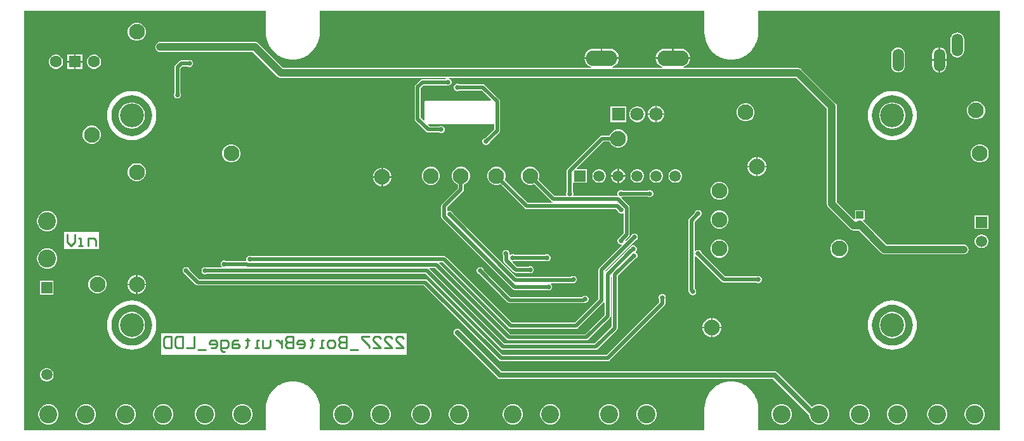
<source format=gbr>
%TF.GenerationSoftware,Altium Limited,Altium Designer,22.7.1 (60)*%
G04 Layer_Physical_Order=2*
G04 Layer_Color=16711680*
%FSLAX43Y43*%
%MOMM*%
%TF.SameCoordinates,1608F762-6F3A-48E5-B14A-7665CB884DB8*%
%TF.FilePolarity,Positive*%
%TF.FileFunction,Copper,L2,Bot,Signal*%
%TF.Part,Single*%
G01*
G75*
%TA.AperFunction,Conductor*%
%ADD28C,0.500*%
%ADD29C,0.700*%
%TA.AperFunction,ComponentPad*%
%ADD31C,1.000*%
%ADD32R,1.000X1.000*%
%ADD33C,2.400*%
%ADD34C,2.100*%
%ADD35C,1.800*%
%ADD36R,1.800X1.800*%
%ADD37O,4.200X2.100*%
%ADD38C,1.500*%
%ADD39R,1.500X1.500*%
%ADD40O,1.508X3.016*%
%ADD41R,1.500X1.500*%
%ADD42C,1.600*%
%ADD43R,1.600X1.600*%
%TA.AperFunction,ViaPad*%
%ADD44C,3.200*%
%ADD45C,0.650*%
%TA.AperFunction,Conductor*%
%ADD46C,1.000*%
%TA.AperFunction,NonConductor*%
%ADD47C,0.254*%
G36*
X91020Y53350D02*
X91021Y53345D01*
X91020Y53340D01*
X91031Y53080D01*
X91034Y53065D01*
X91033Y53050D01*
X91115Y52536D01*
X91122Y52517D01*
X91124Y52497D01*
X91285Y52003D01*
X91295Y51985D01*
X91300Y51966D01*
X91536Y51502D01*
X91549Y51486D01*
X91557Y51468D01*
X91863Y51047D01*
X91878Y51034D01*
X91889Y51017D01*
X92257Y50649D01*
X92274Y50638D01*
X92287Y50623D01*
X92708Y50317D01*
X92726Y50309D01*
X92742Y50296D01*
X93206Y50060D01*
X93225Y50055D01*
X93243Y50045D01*
X93737Y49884D01*
X93757Y49882D01*
X93776Y49875D01*
X94290Y49793D01*
X94310Y49794D01*
X94330Y49790D01*
X94850D01*
X94870Y49794D01*
X94890Y49793D01*
X95404Y49875D01*
X95423Y49882D01*
X95443Y49884D01*
X95937Y50045D01*
X95955Y50055D01*
X95974Y50060D01*
X96438Y50296D01*
X96454Y50309D01*
X96472Y50317D01*
X96893Y50623D01*
X96906Y50638D01*
X96923Y50649D01*
X97291Y51017D01*
X97302Y51034D01*
X97317Y51047D01*
X97623Y51468D01*
X97631Y51486D01*
X97644Y51502D01*
X97880Y51966D01*
X97885Y51985D01*
X97895Y52003D01*
X98056Y52497D01*
X98058Y52517D01*
X98065Y52536D01*
X98147Y53050D01*
X98146Y53065D01*
X98149Y53080D01*
X98160Y53340D01*
X98159Y53345D01*
X98160Y53350D01*
Y56330D01*
X130410D01*
Y230D01*
X98155D01*
Y3235D01*
X98154Y3240D01*
X98155Y3245D01*
X98144Y3505D01*
X98141Y3520D01*
X98142Y3535D01*
X98060Y4049D01*
X98053Y4068D01*
X98051Y4088D01*
X97890Y4582D01*
X97880Y4600D01*
X97875Y4619D01*
X97639Y5083D01*
X97626Y5099D01*
X97618Y5117D01*
X97312Y5538D01*
X97297Y5551D01*
X97286Y5568D01*
X96918Y5936D01*
X96901Y5947D01*
X96888Y5962D01*
X96467Y6268D01*
X96449Y6276D01*
X96433Y6289D01*
X95969Y6525D01*
X95950Y6530D01*
X95932Y6540D01*
X95438Y6701D01*
X95418Y6703D01*
X95399Y6710D01*
X94885Y6792D01*
X94865Y6791D01*
X94845Y6795D01*
X94325D01*
X94305Y6791D01*
X94285Y6792D01*
X93771Y6710D01*
X93752Y6703D01*
X93732Y6701D01*
X93238Y6540D01*
X93220Y6530D01*
X93201Y6525D01*
X92737Y6289D01*
X92721Y6276D01*
X92703Y6268D01*
X92282Y5962D01*
X92269Y5947D01*
X92252Y5936D01*
X91884Y5568D01*
X91873Y5551D01*
X91858Y5538D01*
X91552Y5117D01*
X91544Y5099D01*
X91531Y5083D01*
X91295Y4619D01*
X91290Y4600D01*
X91280Y4582D01*
X91119Y4088D01*
X91117Y4068D01*
X91110Y4049D01*
X91028Y3535D01*
X91029Y3520D01*
X91026Y3505D01*
X91015Y3245D01*
X91016Y3240D01*
X91015Y3235D01*
Y255D01*
X39645D01*
Y3235D01*
X39644Y3240D01*
X39645Y3245D01*
X39634Y3505D01*
X39631Y3520D01*
X39632Y3535D01*
X39550Y4049D01*
X39543Y4068D01*
X39541Y4088D01*
X39380Y4582D01*
X39370Y4600D01*
X39365Y4619D01*
X39129Y5083D01*
X39116Y5099D01*
X39108Y5117D01*
X38802Y5538D01*
X38787Y5551D01*
X38776Y5568D01*
X38408Y5936D01*
X38391Y5947D01*
X38378Y5962D01*
X37957Y6268D01*
X37939Y6276D01*
X37923Y6289D01*
X37459Y6525D01*
X37440Y6530D01*
X37422Y6540D01*
X36928Y6701D01*
X36908Y6703D01*
X36889Y6710D01*
X36375Y6792D01*
X36355Y6791D01*
X36335Y6795D01*
X35815D01*
X35795Y6791D01*
X35775Y6792D01*
X35261Y6710D01*
X35242Y6703D01*
X35222Y6701D01*
X34728Y6540D01*
X34710Y6530D01*
X34691Y6525D01*
X34227Y6289D01*
X34211Y6276D01*
X34193Y6268D01*
X33772Y5962D01*
X33759Y5947D01*
X33742Y5936D01*
X33374Y5568D01*
X33363Y5551D01*
X33348Y5538D01*
X33042Y5117D01*
X33034Y5099D01*
X33021Y5083D01*
X32785Y4619D01*
X32780Y4600D01*
X32770Y4582D01*
X32609Y4088D01*
X32607Y4068D01*
X32600Y4049D01*
X32518Y3535D01*
X32519Y3520D01*
X32516Y3505D01*
X32505Y3245D01*
X32506Y3240D01*
X32505Y3235D01*
Y255D01*
X255D01*
Y56355D01*
X32505D01*
Y53375D01*
X32506Y53370D01*
X32505Y53365D01*
X32516Y53105D01*
X32519Y53090D01*
X32518Y53075D01*
X32600Y52561D01*
X32607Y52542D01*
X32609Y52522D01*
X32770Y52028D01*
X32780Y52010D01*
X32785Y51991D01*
X33021Y51527D01*
X33034Y51511D01*
X33042Y51493D01*
X33348Y51072D01*
X33363Y51059D01*
X33374Y51042D01*
X33742Y50674D01*
X33759Y50663D01*
X33772Y50648D01*
X34193Y50342D01*
X34211Y50334D01*
X34227Y50321D01*
X34691Y50085D01*
X34710Y50080D01*
X34728Y50070D01*
X35222Y49909D01*
X35242Y49907D01*
X35261Y49900D01*
X35775Y49818D01*
X35795Y49819D01*
X35815Y49815D01*
X36335D01*
X36355Y49819D01*
X36375Y49818D01*
X36889Y49900D01*
X36908Y49907D01*
X36928Y49909D01*
X37422Y50070D01*
X37440Y50080D01*
X37459Y50085D01*
X37923Y50321D01*
X37939Y50334D01*
X37957Y50342D01*
X38378Y50648D01*
X38391Y50663D01*
X38408Y50674D01*
X38776Y51042D01*
X38787Y51059D01*
X38802Y51072D01*
X39108Y51493D01*
X39116Y51511D01*
X39129Y51527D01*
X39365Y51991D01*
X39370Y52010D01*
X39380Y52028D01*
X39541Y52522D01*
X39543Y52542D01*
X39550Y52561D01*
X39632Y53075D01*
X39631Y53090D01*
X39634Y53105D01*
X39645Y53365D01*
X39644Y53370D01*
X39645Y53375D01*
Y56355D01*
X91020D01*
Y53350D01*
D02*
G37*
%LPC*%
G36*
X15408Y54701D02*
X15092D01*
X14786Y54619D01*
X14513Y54461D01*
X14289Y54237D01*
X14131Y53964D01*
X14049Y53658D01*
Y53342D01*
X14131Y53036D01*
X14289Y52763D01*
X14513Y52539D01*
X14786Y52381D01*
X15092Y52299D01*
X15408D01*
X15714Y52381D01*
X15987Y52539D01*
X16211Y52763D01*
X16369Y53036D01*
X16451Y53342D01*
Y53658D01*
X16369Y53964D01*
X16211Y54237D01*
X15987Y54461D01*
X15714Y54619D01*
X15408Y54701D01*
D02*
G37*
G36*
X87840Y51261D02*
X86890D01*
Y50100D01*
X89088D01*
X89058Y50326D01*
X88932Y50630D01*
X88732Y50892D01*
X88470Y51092D01*
X88166Y51218D01*
X87840Y51261D01*
D02*
G37*
G36*
X86690D02*
X85740D01*
X85414Y51218D01*
X85110Y51092D01*
X84848Y50892D01*
X84648Y50630D01*
X84522Y50326D01*
X84492Y50100D01*
X86690D01*
Y51261D01*
D02*
G37*
G36*
X78340D02*
X77390D01*
Y50100D01*
X79588D01*
X79558Y50326D01*
X79432Y50630D01*
X79232Y50892D01*
X78970Y51092D01*
X78666Y51218D01*
X78340Y51261D01*
D02*
G37*
G36*
X77190D02*
X76240D01*
X75914Y51218D01*
X75610Y51092D01*
X75348Y50892D01*
X75148Y50630D01*
X75022Y50326D01*
X74992Y50100D01*
X77190D01*
Y51261D01*
D02*
G37*
G36*
X124750Y53417D02*
X124514Y53386D01*
X124294Y53295D01*
X124105Y53149D01*
X123959Y52960D01*
X123868Y52740D01*
X123837Y52504D01*
Y50996D01*
X123868Y50760D01*
X123959Y50540D01*
X124105Y50351D01*
X124294Y50205D01*
X124514Y50114D01*
X124750Y50083D01*
X124986Y50114D01*
X125206Y50205D01*
X125395Y50351D01*
X125541Y50540D01*
X125632Y50760D01*
X125663Y50996D01*
Y52504D01*
X125632Y52740D01*
X125541Y52960D01*
X125395Y53149D01*
X125206Y53295D01*
X124986Y53386D01*
X124750Y53417D01*
D02*
G37*
G36*
X122450Y51453D02*
Y49850D01*
X123312D01*
Y50504D01*
X123279Y50753D01*
X123183Y50985D01*
X123030Y51184D01*
X122831Y51337D01*
X122599Y51433D01*
X122450Y51453D01*
D02*
G37*
G36*
X122250Y51453D02*
X122101Y51433D01*
X121869Y51337D01*
X121670Y51184D01*
X121517Y50985D01*
X121421Y50753D01*
X121388Y50504D01*
Y49850D01*
X122250D01*
Y51453D01*
D02*
G37*
G36*
X8000Y50500D02*
X7100D01*
Y49600D01*
X8000D01*
Y50500D01*
D02*
G37*
G36*
X6900D02*
X6000D01*
Y49600D01*
X6900D01*
Y50500D01*
D02*
G37*
G36*
X22375Y49751D02*
X22185D01*
X22023Y49683D01*
X21175D01*
X21019Y49652D01*
X20886Y49564D01*
X20386Y49064D01*
X20297Y48931D01*
X20266Y48775D01*
Y45332D01*
X20199Y45170D01*
Y44980D01*
X20271Y44805D01*
X20405Y44671D01*
X20580Y44599D01*
X20770D01*
X20945Y44671D01*
X21079Y44805D01*
X21151Y44980D01*
Y45170D01*
X21084Y45332D01*
Y48605D01*
X21344Y48866D01*
X22023D01*
X22185Y48799D01*
X22375D01*
X22550Y48871D01*
X22684Y49005D01*
X22756Y49180D01*
Y49369D01*
X22684Y49544D01*
X22550Y49678D01*
X22375Y49751D01*
D02*
G37*
G36*
X9665Y50451D02*
X9415D01*
X9173Y50386D01*
X8956Y50261D01*
X8779Y50084D01*
X8654Y49867D01*
X8589Y49625D01*
Y49375D01*
X8654Y49133D01*
X8779Y48916D01*
X8956Y48739D01*
X9173Y48614D01*
X9415Y48549D01*
X9665D01*
X9907Y48614D01*
X10124Y48739D01*
X10301Y48916D01*
X10426Y49133D01*
X10491Y49375D01*
Y49625D01*
X10426Y49867D01*
X10301Y50084D01*
X10124Y50261D01*
X9907Y50386D01*
X9665Y50451D01*
D02*
G37*
G36*
X4585D02*
X4335D01*
X4093Y50386D01*
X3876Y50261D01*
X3699Y50084D01*
X3574Y49867D01*
X3509Y49625D01*
Y49375D01*
X3574Y49133D01*
X3699Y48916D01*
X3876Y48739D01*
X4093Y48614D01*
X4335Y48549D01*
X4585D01*
X4827Y48614D01*
X5044Y48739D01*
X5221Y48916D01*
X5346Y49133D01*
X5411Y49375D01*
Y49625D01*
X5346Y49867D01*
X5221Y50084D01*
X5044Y50261D01*
X4827Y50386D01*
X4585Y50451D01*
D02*
G37*
G36*
X8000Y49400D02*
X7100D01*
Y48500D01*
X8000D01*
Y49400D01*
D02*
G37*
G36*
X6900D02*
X6000D01*
Y48500D01*
X6900D01*
Y49400D01*
D02*
G37*
G36*
X116850Y51417D02*
X116614Y51386D01*
X116394Y51295D01*
X116205Y51149D01*
X116059Y50960D01*
X115968Y50740D01*
X115937Y50504D01*
Y48996D01*
X115968Y48760D01*
X116059Y48540D01*
X116205Y48351D01*
X116394Y48205D01*
X116614Y48114D01*
X116850Y48083D01*
X117086Y48114D01*
X117306Y48205D01*
X117495Y48351D01*
X117641Y48540D01*
X117732Y48760D01*
X117763Y48996D01*
Y50504D01*
X117732Y50740D01*
X117641Y50960D01*
X117495Y51149D01*
X117306Y51295D01*
X117086Y51386D01*
X116850Y51417D01*
D02*
G37*
G36*
X123312Y49650D02*
X122450D01*
Y48047D01*
X122599Y48067D01*
X122831Y48163D01*
X123030Y48316D01*
X123183Y48515D01*
X123279Y48747D01*
X123312Y48996D01*
Y49650D01*
D02*
G37*
G36*
X122250D02*
X121388D01*
Y48996D01*
X121421Y48747D01*
X121517Y48515D01*
X121670Y48316D01*
X121869Y48163D01*
X122101Y48067D01*
X122250Y48047D01*
Y49650D01*
D02*
G37*
G36*
X84685Y43600D02*
X84640D01*
Y42600D01*
X85640D01*
Y42645D01*
X85565Y42925D01*
X85420Y43175D01*
X85215Y43380D01*
X84965Y43525D01*
X84685Y43600D01*
D02*
G37*
G36*
X84440D02*
X84395D01*
X84115Y43525D01*
X83865Y43380D01*
X83660Y43175D01*
X83515Y42925D01*
X83440Y42645D01*
Y42600D01*
X84440D01*
Y43600D01*
D02*
G37*
G36*
X127408Y44201D02*
X127092D01*
X126786Y44119D01*
X126513Y43961D01*
X126289Y43737D01*
X126131Y43464D01*
X126049Y43158D01*
Y42842D01*
X126131Y42536D01*
X126289Y42263D01*
X126513Y42039D01*
X126786Y41881D01*
X127092Y41799D01*
X127408D01*
X127714Y41881D01*
X127987Y42039D01*
X128211Y42263D01*
X128369Y42536D01*
X128451Y42842D01*
Y43158D01*
X128369Y43464D01*
X128211Y43737D01*
X127987Y43961D01*
X127714Y44119D01*
X127408Y44201D01*
D02*
G37*
G36*
X96658Y43951D02*
X96342D01*
X96036Y43869D01*
X95763Y43711D01*
X95539Y43487D01*
X95381Y43214D01*
X95299Y42908D01*
Y42592D01*
X95381Y42286D01*
X95539Y42013D01*
X95763Y41789D01*
X96036Y41631D01*
X96342Y41549D01*
X96658D01*
X96964Y41631D01*
X97237Y41789D01*
X97461Y42013D01*
X97619Y42286D01*
X97701Y42592D01*
Y42908D01*
X97619Y43214D01*
X97461Y43487D01*
X97237Y43711D01*
X96964Y43869D01*
X96658Y43951D01*
D02*
G37*
G36*
X82178Y43551D02*
X81902D01*
X81634Y43479D01*
X81395Y43341D01*
X81199Y43145D01*
X81061Y42906D01*
X80989Y42638D01*
Y42362D01*
X81061Y42094D01*
X81199Y41855D01*
X81395Y41659D01*
X81634Y41521D01*
X81902Y41449D01*
X82178D01*
X82446Y41521D01*
X82685Y41659D01*
X82881Y41855D01*
X83019Y42094D01*
X83091Y42362D01*
Y42638D01*
X83019Y42906D01*
X82881Y43145D01*
X82685Y43341D01*
X82446Y43479D01*
X82178Y43551D01*
D02*
G37*
G36*
X80591D02*
X78489D01*
Y41449D01*
X80591D01*
Y43551D01*
D02*
G37*
G36*
X85640Y42400D02*
X84640D01*
Y41400D01*
X84685D01*
X84965Y41475D01*
X85215Y41620D01*
X85420Y41825D01*
X85565Y42075D01*
X85640Y42355D01*
Y42400D01*
D02*
G37*
G36*
X84440D02*
X83440D01*
Y42355D01*
X83515Y42075D01*
X83660Y41825D01*
X83865Y41620D01*
X84115Y41475D01*
X84395Y41400D01*
X84440D01*
Y42400D01*
D02*
G37*
G36*
X116080Y45598D02*
X115566Y45558D01*
X115064Y45437D01*
X114587Y45240D01*
X114147Y44970D01*
X113755Y44635D01*
X113420Y44243D01*
X113150Y43803D01*
X112953Y43326D01*
X112832Y42824D01*
X112792Y42310D01*
X112832Y41796D01*
X112953Y41294D01*
X113150Y40817D01*
X113420Y40377D01*
X113755Y39985D01*
X114147Y39650D01*
X114587Y39380D01*
X115064Y39183D01*
X115566Y39062D01*
X116080Y39022D01*
X116594Y39062D01*
X117096Y39183D01*
X117573Y39380D01*
X118013Y39650D01*
X118405Y39985D01*
X118740Y40377D01*
X119010Y40817D01*
X119207Y41294D01*
X119328Y41796D01*
X119368Y42310D01*
X119328Y42824D01*
X119207Y43326D01*
X119010Y43803D01*
X118740Y44243D01*
X118405Y44635D01*
X118013Y44970D01*
X117573Y45240D01*
X117096Y45437D01*
X116594Y45558D01*
X116080Y45598D01*
D02*
G37*
G36*
X14580D02*
X14066Y45558D01*
X13564Y45437D01*
X13087Y45240D01*
X12647Y44970D01*
X12255Y44635D01*
X11920Y44243D01*
X11650Y43803D01*
X11453Y43326D01*
X11332Y42824D01*
X11292Y42310D01*
X11332Y41796D01*
X11453Y41294D01*
X11650Y40817D01*
X11920Y40377D01*
X12255Y39985D01*
X12647Y39650D01*
X13087Y39380D01*
X13564Y39183D01*
X14066Y39062D01*
X14580Y39022D01*
X15094Y39062D01*
X15596Y39183D01*
X16073Y39380D01*
X16513Y39650D01*
X16905Y39985D01*
X17240Y40377D01*
X17510Y40817D01*
X17707Y41294D01*
X17828Y41796D01*
X17868Y42310D01*
X17828Y42824D01*
X17707Y43326D01*
X17510Y43803D01*
X17240Y44243D01*
X16905Y44635D01*
X16513Y44970D01*
X16073Y45240D01*
X15596Y45437D01*
X15094Y45558D01*
X14580Y45598D01*
D02*
G37*
G36*
X9408Y40951D02*
X9092D01*
X8786Y40869D01*
X8513Y40711D01*
X8289Y40487D01*
X8131Y40214D01*
X8049Y39908D01*
Y39592D01*
X8131Y39286D01*
X8289Y39013D01*
X8513Y38789D01*
X8786Y38631D01*
X9092Y38549D01*
X9408D01*
X9714Y38631D01*
X9987Y38789D01*
X10211Y39013D01*
X10369Y39286D01*
X10451Y39592D01*
Y39908D01*
X10369Y40214D01*
X10211Y40487D01*
X9987Y40711D01*
X9714Y40869D01*
X9408Y40951D01*
D02*
G37*
G36*
X79658Y40451D02*
X79342D01*
X79036Y40369D01*
X78763Y40211D01*
X78539Y39987D01*
X78381Y39714D01*
X78366Y39659D01*
X77353D01*
X77196Y39628D01*
X77064Y39539D01*
X72736Y35211D01*
X72647Y35079D01*
X72616Y34922D01*
Y32134D01*
X72549Y31972D01*
Y31782D01*
X72589Y31687D01*
X72504Y31560D01*
X71018D01*
X68841Y33737D01*
X68869Y33786D01*
X68951Y34092D01*
Y34408D01*
X68869Y34714D01*
X68711Y34987D01*
X68487Y35211D01*
X68214Y35369D01*
X67908Y35451D01*
X67592D01*
X67286Y35369D01*
X67013Y35211D01*
X66789Y34987D01*
X66631Y34714D01*
X66549Y34408D01*
Y34092D01*
X66631Y33786D01*
X66789Y33513D01*
X67013Y33289D01*
X67286Y33131D01*
X67592Y33049D01*
X67908D01*
X68214Y33131D01*
X68263Y33159D01*
X70560Y30862D01*
X70693Y30773D01*
X70750Y30762D01*
X70737Y30635D01*
X67443D01*
X64341Y33737D01*
X64369Y33786D01*
X64451Y34092D01*
Y34408D01*
X64369Y34714D01*
X64211Y34987D01*
X63987Y35211D01*
X63714Y35369D01*
X63408Y35451D01*
X63092D01*
X62786Y35369D01*
X62513Y35211D01*
X62289Y34987D01*
X62131Y34714D01*
X62049Y34408D01*
Y34092D01*
X62131Y33786D01*
X62289Y33513D01*
X62513Y33289D01*
X62786Y33131D01*
X63092Y33049D01*
X63408D01*
X63714Y33131D01*
X63763Y33159D01*
X66985Y29937D01*
X67118Y29848D01*
X67274Y29817D01*
X79206D01*
X79412Y29610D01*
X79479Y29448D01*
X79613Y29314D01*
X79788Y29242D01*
X79978D01*
X80073Y29282D01*
X80200Y29197D01*
Y26565D01*
X79649Y26014D01*
X79643Y26006D01*
X79613Y25994D01*
X79479Y25860D01*
X79407Y25685D01*
Y25495D01*
X79479Y25320D01*
X79613Y25186D01*
X79788Y25114D01*
X79938D01*
X79999Y24996D01*
X76997Y21994D01*
X76908Y21861D01*
X76877Y21704D01*
Y17822D01*
X73688Y14633D01*
X65320D01*
X56550Y23403D01*
X56417Y23492D01*
X56261Y23523D01*
X30610D01*
X30448Y23590D01*
X30258D01*
X30083Y23518D01*
X29949Y23384D01*
X29877Y23209D01*
Y23019D01*
X29888Y22993D01*
X29817Y22888D01*
X27181D01*
X27019Y22955D01*
X26829D01*
X26654Y22883D01*
X26520Y22749D01*
X26448Y22574D01*
Y22384D01*
X26520Y22209D01*
X26604Y22126D01*
X26551Y21999D01*
X24622D01*
X24460Y22066D01*
X24270D01*
X24095Y21994D01*
X23961Y21860D01*
X23889Y21685D01*
Y21495D01*
X23961Y21320D01*
X24095Y21186D01*
X24270Y21114D01*
X24460D01*
X24622Y21181D01*
X53806D01*
X63846Y11141D01*
X63979Y11052D01*
X64135Y11021D01*
X76542D01*
X76699Y11052D01*
X76831Y11141D01*
X79327Y13637D01*
X79416Y13770D01*
X79447Y13926D01*
Y20906D01*
X81647Y23106D01*
X81676D01*
X81851Y23178D01*
X81985Y23312D01*
X82058Y23487D01*
Y23676D01*
X81985Y23851D01*
X81851Y23985D01*
X81830Y24131D01*
X81904Y24204D01*
X81976Y24379D01*
Y24569D01*
X81904Y24744D01*
X81770Y24878D01*
X81595Y24950D01*
X81405D01*
X81230Y24878D01*
X81096Y24744D01*
X81058Y24651D01*
X81029Y24622D01*
X80992Y24597D01*
X77890Y21495D01*
X77746Y21531D01*
X77739Y21554D01*
X77744Y21584D01*
X81762Y25602D01*
X81924Y25669D01*
X82058Y25803D01*
X82130Y25978D01*
Y26167D01*
X82058Y26342D01*
X81924Y26476D01*
X81749Y26549D01*
X81559D01*
X81384Y26476D01*
X81251Y26342D01*
X81183Y26180D01*
X80571Y25568D01*
X80436Y25612D01*
X80432Y25641D01*
X80898Y26107D01*
X80987Y26240D01*
X81018Y26396D01*
Y30019D01*
X80987Y30175D01*
X80898Y30308D01*
X79922Y31284D01*
X79971Y31401D01*
X79978D01*
X80140Y31468D01*
X83436D01*
X83598Y31401D01*
X83788D01*
X83963Y31473D01*
X84097Y31607D01*
X84169Y31782D01*
Y31972D01*
X84097Y32147D01*
X83963Y32281D01*
X83788Y32353D01*
X83598D01*
X83436Y32286D01*
X80140D01*
X79978Y32353D01*
X79788D01*
X79613Y32281D01*
X79479Y32147D01*
X79407Y31972D01*
Y31782D01*
X79447Y31687D01*
X79362Y31560D01*
X73546D01*
X73461Y31687D01*
X73501Y31782D01*
Y31972D01*
X73434Y32134D01*
Y33257D01*
X73519Y33349D01*
X75321D01*
Y35151D01*
X73998D01*
X73949Y35268D01*
X77522Y38841D01*
X78366D01*
X78381Y38786D01*
X78539Y38513D01*
X78763Y38289D01*
X79036Y38131D01*
X79342Y38049D01*
X79658D01*
X79964Y38131D01*
X80237Y38289D01*
X80461Y38513D01*
X80619Y38786D01*
X80701Y39092D01*
Y39408D01*
X80619Y39714D01*
X80461Y39987D01*
X80237Y40211D01*
X79964Y40369D01*
X79658Y40451D01*
D02*
G37*
G36*
X127908Y38451D02*
X127592D01*
X127286Y38369D01*
X127013Y38211D01*
X126789Y37987D01*
X126631Y37714D01*
X126549Y37408D01*
Y37092D01*
X126631Y36786D01*
X126789Y36513D01*
X127013Y36289D01*
X127286Y36131D01*
X127592Y36049D01*
X127908D01*
X128214Y36131D01*
X128487Y36289D01*
X128711Y36513D01*
X128869Y36786D01*
X128951Y37092D01*
Y37408D01*
X128869Y37714D01*
X128711Y37987D01*
X128487Y38211D01*
X128214Y38369D01*
X127908Y38451D01*
D02*
G37*
G36*
X28023D02*
X27707D01*
X27401Y38369D01*
X27128Y38211D01*
X26904Y37987D01*
X26746Y37714D01*
X26664Y37408D01*
Y37092D01*
X26746Y36786D01*
X26904Y36513D01*
X27128Y36289D01*
X27401Y36131D01*
X27707Y36049D01*
X28023D01*
X28329Y36131D01*
X28602Y36289D01*
X28826Y36513D01*
X28984Y36786D01*
X29066Y37092D01*
Y37408D01*
X28984Y37714D01*
X28826Y37987D01*
X28602Y38211D01*
X28329Y38369D01*
X28023Y38451D01*
D02*
G37*
G36*
X98165Y36750D02*
X98100D01*
Y35600D01*
X99250D01*
Y35665D01*
X99165Y35982D01*
X99000Y36268D01*
X98768Y36500D01*
X98482Y36665D01*
X98165Y36750D01*
D02*
G37*
G36*
X97900D02*
X97835D01*
X97518Y36665D01*
X97232Y36500D01*
X97000Y36268D01*
X96835Y35982D01*
X96750Y35665D01*
Y35600D01*
X97900D01*
Y36750D01*
D02*
G37*
G36*
X79625Y35200D02*
X79600D01*
Y34350D01*
X80450D01*
Y34375D01*
X80385Y34617D01*
X80260Y34833D01*
X80083Y35010D01*
X79867Y35135D01*
X79625Y35200D01*
D02*
G37*
G36*
X79400D02*
X79375D01*
X79133Y35135D01*
X78917Y35010D01*
X78740Y34833D01*
X78615Y34617D01*
X78550Y34375D01*
Y34350D01*
X79400D01*
Y35200D01*
D02*
G37*
G36*
X99250Y35400D02*
X98100D01*
Y34250D01*
X98165D01*
X98482Y34335D01*
X98768Y34500D01*
X99000Y34732D01*
X99165Y35018D01*
X99250Y35335D01*
Y35400D01*
D02*
G37*
G36*
X97900D02*
X96750D01*
Y35335D01*
X96835Y35018D01*
X97000Y34732D01*
X97232Y34500D01*
X97518Y34335D01*
X97835Y34250D01*
X97900D01*
Y35400D01*
D02*
G37*
G36*
X48171Y35349D02*
X48106D01*
Y34199D01*
X49256D01*
Y34264D01*
X49171Y34581D01*
X49006Y34867D01*
X48774Y35099D01*
X48488Y35264D01*
X48171Y35349D01*
D02*
G37*
G36*
X47906D02*
X47841D01*
X47524Y35264D01*
X47238Y35099D01*
X47006Y34867D01*
X46841Y34581D01*
X46756Y34264D01*
Y34199D01*
X47906D01*
Y35349D01*
D02*
G37*
G36*
X15408Y35951D02*
X15092D01*
X14786Y35869D01*
X14513Y35711D01*
X14289Y35487D01*
X14131Y35214D01*
X14049Y34908D01*
Y34592D01*
X14131Y34286D01*
X14289Y34013D01*
X14513Y33789D01*
X14786Y33631D01*
X15092Y33549D01*
X15408D01*
X15714Y33631D01*
X15987Y33789D01*
X16211Y34013D01*
X16369Y34286D01*
X16451Y34592D01*
Y34908D01*
X16369Y35214D01*
X16211Y35487D01*
X15987Y35711D01*
X15714Y35869D01*
X15408Y35951D01*
D02*
G37*
G36*
X87239Y35151D02*
X87001D01*
X86772Y35090D01*
X86567Y34971D01*
X86399Y34803D01*
X86280Y34598D01*
X86219Y34369D01*
Y34131D01*
X86280Y33902D01*
X86399Y33697D01*
X86567Y33529D01*
X86772Y33410D01*
X87001Y33349D01*
X87239D01*
X87468Y33410D01*
X87673Y33529D01*
X87841Y33697D01*
X87960Y33902D01*
X88021Y34131D01*
Y34369D01*
X87960Y34598D01*
X87841Y34803D01*
X87673Y34971D01*
X87468Y35090D01*
X87239Y35151D01*
D02*
G37*
G36*
X84699D02*
X84461D01*
X84232Y35090D01*
X84027Y34971D01*
X83859Y34803D01*
X83740Y34598D01*
X83679Y34369D01*
Y34131D01*
X83740Y33902D01*
X83859Y33697D01*
X84027Y33529D01*
X84232Y33410D01*
X84461Y33349D01*
X84699D01*
X84928Y33410D01*
X85133Y33529D01*
X85301Y33697D01*
X85420Y33902D01*
X85481Y34131D01*
Y34369D01*
X85420Y34598D01*
X85301Y34803D01*
X85133Y34971D01*
X84928Y35090D01*
X84699Y35151D01*
D02*
G37*
G36*
X82159D02*
X81921D01*
X81692Y35090D01*
X81487Y34971D01*
X81319Y34803D01*
X81200Y34598D01*
X81139Y34369D01*
Y34131D01*
X81200Y33902D01*
X81319Y33697D01*
X81487Y33529D01*
X81692Y33410D01*
X81921Y33349D01*
X82159D01*
X82388Y33410D01*
X82593Y33529D01*
X82761Y33697D01*
X82880Y33902D01*
X82941Y34131D01*
Y34369D01*
X82880Y34598D01*
X82761Y34803D01*
X82593Y34971D01*
X82388Y35090D01*
X82159Y35151D01*
D02*
G37*
G36*
X77079D02*
X76841D01*
X76612Y35090D01*
X76407Y34971D01*
X76239Y34803D01*
X76120Y34598D01*
X76059Y34369D01*
Y34131D01*
X76120Y33902D01*
X76239Y33697D01*
X76407Y33529D01*
X76612Y33410D01*
X76841Y33349D01*
X77079D01*
X77308Y33410D01*
X77513Y33529D01*
X77681Y33697D01*
X77800Y33902D01*
X77861Y34131D01*
Y34369D01*
X77800Y34598D01*
X77681Y34803D01*
X77513Y34971D01*
X77308Y35090D01*
X77079Y35151D01*
D02*
G37*
G36*
X80450Y34150D02*
X79600D01*
Y33300D01*
X79625D01*
X79867Y33365D01*
X80083Y33490D01*
X80260Y33667D01*
X80385Y33883D01*
X80450Y34125D01*
Y34150D01*
D02*
G37*
G36*
X79400D02*
X78550D01*
Y34125D01*
X78615Y33883D01*
X78740Y33667D01*
X78917Y33490D01*
X79133Y33365D01*
X79375Y33300D01*
X79400D01*
Y34150D01*
D02*
G37*
G36*
X54658Y35451D02*
X54342D01*
X54036Y35369D01*
X53763Y35211D01*
X53539Y34987D01*
X53381Y34714D01*
X53299Y34408D01*
Y34092D01*
X53381Y33786D01*
X53539Y33513D01*
X53763Y33289D01*
X54036Y33131D01*
X54342Y33049D01*
X54658D01*
X54964Y33131D01*
X55237Y33289D01*
X55461Y33513D01*
X55619Y33786D01*
X55701Y34092D01*
Y34408D01*
X55619Y34714D01*
X55461Y34987D01*
X55237Y35211D01*
X54964Y35369D01*
X54658Y35451D01*
D02*
G37*
G36*
X49256Y33999D02*
X48106D01*
Y32849D01*
X48171D01*
X48488Y32934D01*
X48774Y33099D01*
X49006Y33331D01*
X49171Y33617D01*
X49256Y33934D01*
Y33999D01*
D02*
G37*
G36*
X47906D02*
X46756D01*
Y33934D01*
X46841Y33617D01*
X47006Y33331D01*
X47238Y33099D01*
X47524Y32934D01*
X47841Y32849D01*
X47906D01*
Y33999D01*
D02*
G37*
G36*
X93158Y33451D02*
X92842D01*
X92536Y33369D01*
X92263Y33211D01*
X92039Y32987D01*
X91881Y32714D01*
X91799Y32408D01*
Y32092D01*
X91881Y31786D01*
X92039Y31513D01*
X92263Y31289D01*
X92536Y31131D01*
X92842Y31049D01*
X93158D01*
X93464Y31131D01*
X93737Y31289D01*
X93961Y31513D01*
X94119Y31786D01*
X94201Y32092D01*
Y32408D01*
X94119Y32714D01*
X93961Y32987D01*
X93737Y33211D01*
X93464Y33369D01*
X93158Y33451D01*
D02*
G37*
G36*
Y29608D02*
X92842D01*
X92536Y29526D01*
X92263Y29368D01*
X92039Y29145D01*
X91881Y28871D01*
X91799Y28565D01*
Y28249D01*
X91881Y27944D01*
X92039Y27670D01*
X92263Y27446D01*
X92536Y27288D01*
X92842Y27206D01*
X93158D01*
X93464Y27288D01*
X93737Y27446D01*
X93961Y27670D01*
X94119Y27944D01*
X94201Y28249D01*
Y28565D01*
X94119Y28871D01*
X93961Y29145D01*
X93737Y29368D01*
X93464Y29526D01*
X93158Y29608D01*
D02*
G37*
G36*
X128888Y28955D02*
X127086D01*
Y27153D01*
X128888D01*
Y28955D01*
D02*
G37*
G36*
X3478Y29551D02*
X3122D01*
X2779Y29459D01*
X2470Y29281D01*
X2219Y29030D01*
X2041Y28721D01*
X1949Y28378D01*
Y28022D01*
X2041Y27679D01*
X2219Y27370D01*
X2470Y27119D01*
X2779Y26941D01*
X3122Y26849D01*
X3478D01*
X3821Y26941D01*
X4130Y27119D01*
X4381Y27370D01*
X4559Y27679D01*
X4651Y28022D01*
Y28378D01*
X4559Y28721D01*
X4381Y29030D01*
X4130Y29281D01*
X3821Y29459D01*
X3478Y29551D01*
D02*
G37*
G36*
X128106Y26415D02*
X127869D01*
X127640Y26354D01*
X127434Y26235D01*
X127266Y26068D01*
X127148Y25862D01*
X127086Y25633D01*
Y25396D01*
X127148Y25167D01*
X127266Y24961D01*
X127434Y24793D01*
X127640Y24675D01*
X127869Y24613D01*
X128106D01*
X128335Y24675D01*
X128541Y24793D01*
X128708Y24961D01*
X128827Y25167D01*
X128888Y25396D01*
Y25633D01*
X128827Y25862D01*
X128708Y26068D01*
X128541Y26235D01*
X128335Y26354D01*
X128106Y26415D01*
D02*
G37*
G36*
X10168Y26808D02*
X5549D01*
Y24474D01*
X10168D01*
Y26808D01*
D02*
G37*
G36*
X31000Y52157D02*
X18425D01*
X18255Y52134D01*
X18097Y52069D01*
X17961Y51964D01*
X17911Y51914D01*
X17806Y51778D01*
X17741Y51620D01*
X17718Y51450D01*
X17741Y51280D01*
X17806Y51122D01*
X17911Y50986D01*
X18047Y50881D01*
X18205Y50816D01*
X18375Y50793D01*
X18545Y50816D01*
X18612Y50843D01*
X30728D01*
X34036Y47536D01*
X34172Y47431D01*
X34330Y47366D01*
X34500Y47343D01*
X56466D01*
X56516Y47216D01*
X56480Y47183D01*
X53399D01*
X53243Y47152D01*
X53110Y47063D01*
X52461Y46414D01*
X52372Y46281D01*
X52341Y46125D01*
Y41858D01*
X52372Y41701D01*
X52461Y41569D01*
X53869Y40161D01*
X54001Y40072D01*
X54158Y40041D01*
X55618D01*
X55780Y39974D01*
X55970D01*
X56145Y40046D01*
X56279Y40180D01*
X56351Y40355D01*
Y40545D01*
X56279Y40720D01*
X56145Y40854D01*
X55970Y40926D01*
X55780D01*
X55618Y40859D01*
X54327D01*
X54117Y41069D01*
X54165Y41187D01*
X62830D01*
X62836Y41189D01*
X62941Y41118D01*
Y40519D01*
X61742Y39321D01*
X61580Y39254D01*
X61446Y39120D01*
X61374Y38945D01*
Y38755D01*
X61446Y38580D01*
X61580Y38446D01*
X61755Y38374D01*
X61945D01*
X62120Y38446D01*
X62254Y38580D01*
X62321Y38742D01*
X63639Y40061D01*
X63728Y40194D01*
X63759Y40350D01*
Y44194D01*
X63728Y44350D01*
X63639Y44483D01*
X61758Y46364D01*
X61625Y46453D01*
X61469Y46484D01*
X58282D01*
X58120Y46551D01*
X57930D01*
X57755Y46479D01*
X57621Y46345D01*
X57549Y46170D01*
Y45980D01*
X57621Y45805D01*
X57755Y45671D01*
X57930Y45599D01*
X58120D01*
X58282Y45666D01*
X61300D01*
X62538Y44428D01*
X62489Y44311D01*
X53825D01*
X53709Y44263D01*
X53662Y44147D01*
Y41690D01*
X53544Y41642D01*
X53159Y42027D01*
Y45956D01*
X53568Y46365D01*
X56518D01*
X56680Y46298D01*
X56870D01*
X57045Y46370D01*
X57179Y46504D01*
X57251Y46679D01*
Y46869D01*
X57179Y47044D01*
X57045Y47178D01*
X56951Y47216D01*
X56976Y47343D01*
X103228D01*
X107343Y43228D01*
Y30496D01*
X107366Y30326D01*
X107431Y30167D01*
X107536Y30031D01*
X110412Y27155D01*
X110548Y27050D01*
X110707Y26985D01*
X110877Y26962D01*
X111609D01*
X114603Y23968D01*
X114739Y23864D01*
X114898Y23798D01*
X115068Y23776D01*
X115068Y23776D01*
X125607D01*
X125777Y23798D01*
X125936Y23864D01*
X126072Y23968D01*
X126176Y24104D01*
X126242Y24262D01*
X126264Y24432D01*
X126242Y24602D01*
X126176Y24761D01*
X126072Y24897D01*
X125936Y25001D01*
X125777Y25067D01*
X125607Y25089D01*
X115340D01*
X112214Y28214D01*
X112180Y28240D01*
X112179Y28242D01*
X112217Y28362D01*
X112222Y28369D01*
X112401D01*
Y29671D01*
X111099D01*
Y28505D01*
X110972Y28452D01*
X108657Y30768D01*
Y43500D01*
X108634Y43670D01*
X108569Y43828D01*
X108464Y43964D01*
X103964Y48464D01*
X103828Y48569D01*
X103670Y48634D01*
X103500Y48657D01*
X88184D01*
X88166Y48782D01*
X88470Y48908D01*
X88732Y49108D01*
X88932Y49370D01*
X89058Y49674D01*
X89088Y49900D01*
X84492D01*
X84522Y49674D01*
X84648Y49370D01*
X84848Y49108D01*
X85110Y48908D01*
X85414Y48782D01*
X85396Y48657D01*
X78684D01*
X78666Y48782D01*
X78970Y48908D01*
X79232Y49108D01*
X79432Y49370D01*
X79558Y49674D01*
X79588Y49900D01*
X74992D01*
X75022Y49674D01*
X75148Y49370D01*
X75348Y49108D01*
X75610Y48908D01*
X75914Y48782D01*
X75896Y48657D01*
X34772D01*
X31464Y51964D01*
X31328Y52069D01*
X31170Y52134D01*
X31000Y52157D01*
D02*
G37*
G36*
X109158Y25728D02*
X108842D01*
X108536Y25646D01*
X108263Y25488D01*
X108039Y25264D01*
X107881Y24990D01*
X107799Y24685D01*
Y24369D01*
X107881Y24063D01*
X108039Y23789D01*
X108263Y23566D01*
X108536Y23408D01*
X108842Y23326D01*
X109158D01*
X109464Y23408D01*
X109737Y23566D01*
X109961Y23789D01*
X110119Y24063D01*
X110201Y24369D01*
Y24685D01*
X110119Y24990D01*
X109961Y25264D01*
X109737Y25488D01*
X109464Y25646D01*
X109158Y25728D01*
D02*
G37*
G36*
X93158D02*
X92842D01*
X92536Y25646D01*
X92263Y25488D01*
X92039Y25264D01*
X91881Y24990D01*
X91799Y24685D01*
Y24369D01*
X91881Y24063D01*
X92039Y23789D01*
X92263Y23566D01*
X92536Y23408D01*
X92842Y23326D01*
X93158D01*
X93464Y23408D01*
X93737Y23566D01*
X93961Y23789D01*
X94119Y24063D01*
X94201Y24369D01*
Y24685D01*
X94119Y24990D01*
X93961Y25264D01*
X93737Y25488D01*
X93464Y25646D01*
X93158Y25728D01*
D02*
G37*
G36*
X64611Y24352D02*
X64421D01*
X64246Y24280D01*
X64112Y24146D01*
X64040Y23971D01*
Y23781D01*
X64112Y23606D01*
X64136Y23583D01*
Y22988D01*
X64167Y22831D01*
X64256Y22698D01*
X65538Y21416D01*
X65671Y21327D01*
X65827Y21296D01*
X67493D01*
X67655Y21229D01*
X67845D01*
X68020Y21301D01*
X68154Y21435D01*
X68226Y21610D01*
Y21800D01*
X68154Y21975D01*
X68020Y22109D01*
X67845Y22181D01*
X67655D01*
X67493Y22114D01*
X65997D01*
X65398Y22712D01*
X65451Y22839D01*
X65540D01*
X65702Y22906D01*
X69720D01*
X69882Y22839D01*
X70072D01*
X70247Y22912D01*
X70381Y23046D01*
X70453Y23221D01*
Y23410D01*
X70381Y23585D01*
X70247Y23719D01*
X70072Y23791D01*
X69882D01*
X69720Y23724D01*
X65702D01*
X65540Y23791D01*
X65350D01*
X65175Y23719D01*
X65166Y23710D01*
X65013Y23736D01*
X64992Y23781D01*
Y23971D01*
X64920Y24146D01*
X64786Y24280D01*
X64611Y24352D01*
D02*
G37*
G36*
X3478Y24551D02*
X3122D01*
X2779Y24459D01*
X2470Y24281D01*
X2219Y24030D01*
X2041Y23721D01*
X1949Y23378D01*
Y23022D01*
X2041Y22679D01*
X2219Y22370D01*
X2470Y22119D01*
X2779Y21941D01*
X3122Y21849D01*
X3478D01*
X3821Y21941D01*
X4130Y22119D01*
X4381Y22370D01*
X4559Y22679D01*
X4651Y23022D01*
Y23378D01*
X4559Y23721D01*
X4381Y24030D01*
X4130Y24281D01*
X3821Y24459D01*
X3478Y24551D01*
D02*
G37*
G36*
X90265Y29686D02*
X90075D01*
X89900Y29614D01*
X89766Y29480D01*
X89699Y29318D01*
X88992Y28610D01*
X88903Y28477D01*
X88872Y28321D01*
Y18953D01*
X88903Y18797D01*
X88958Y18714D01*
Y18705D01*
X89031Y18530D01*
X89165Y18396D01*
X89340Y18324D01*
X89529D01*
X89704Y18396D01*
X89838Y18530D01*
X89910Y18705D01*
Y18895D01*
X89838Y19070D01*
X89704Y19204D01*
X89690Y19209D01*
Y23503D01*
X89817Y23556D01*
X89900Y23472D01*
X90062Y23405D01*
X93357Y20111D01*
X93490Y20022D01*
X93646Y19991D01*
X97933D01*
X98095Y19924D01*
X98285D01*
X98460Y19996D01*
X98594Y20130D01*
X98666Y20305D01*
Y20495D01*
X98594Y20670D01*
X98460Y20804D01*
X98285Y20876D01*
X98095D01*
X97933Y20809D01*
X93815D01*
X90641Y23984D01*
X90574Y24146D01*
X90440Y24280D01*
X90265Y24352D01*
X90075D01*
X89900Y24280D01*
X89817Y24196D01*
X89690Y24249D01*
Y28152D01*
X90278Y28739D01*
X90440Y28806D01*
X90574Y28940D01*
X90646Y29115D01*
Y29305D01*
X90574Y29480D01*
X90440Y29614D01*
X90265Y29686D01*
D02*
G37*
G36*
X15415Y21000D02*
X15350D01*
Y19850D01*
X16500D01*
Y19915D01*
X16415Y20232D01*
X16250Y20518D01*
X16018Y20750D01*
X15732Y20915D01*
X15415Y21000D01*
D02*
G37*
G36*
X15150D02*
X15085D01*
X14768Y20915D01*
X14482Y20750D01*
X14250Y20518D01*
X14085Y20232D01*
X14000Y19915D01*
Y19850D01*
X15150D01*
Y21000D01*
D02*
G37*
G36*
X58658Y35451D02*
X58342D01*
X58036Y35369D01*
X57763Y35211D01*
X57539Y34987D01*
X57381Y34714D01*
X57299Y34408D01*
Y34092D01*
X57381Y33786D01*
X57539Y33513D01*
X57763Y33289D01*
X58036Y33131D01*
X58091Y33116D01*
Y32596D01*
X55985Y30490D01*
X55896Y30357D01*
X55865Y30200D01*
Y28810D01*
X55896Y28653D01*
X55985Y28521D01*
X65377Y19128D01*
X65510Y19040D01*
X65667Y19008D01*
X69943D01*
X70105Y18941D01*
X70295D01*
X70470Y19014D01*
X70604Y19148D01*
X70676Y19323D01*
Y19512D01*
X70604Y19687D01*
X70506Y19784D01*
X70558Y19911D01*
X73420D01*
X73485Y19924D01*
X73595D01*
X73770Y19996D01*
X73904Y20130D01*
X73976Y20305D01*
Y20495D01*
X73904Y20670D01*
X73770Y20804D01*
X73595Y20876D01*
X73405D01*
X73230Y20804D01*
X73156Y20729D01*
X65960D01*
X57471Y29218D01*
X57404Y29380D01*
X57270Y29514D01*
X57095Y29587D01*
X56905D01*
X56810Y29547D01*
X56683Y29632D01*
Y30031D01*
X58789Y32137D01*
X58878Y32270D01*
X58909Y32426D01*
Y33116D01*
X58964Y33131D01*
X59237Y33289D01*
X59461Y33513D01*
X59619Y33786D01*
X59701Y34092D01*
Y34408D01*
X59619Y34714D01*
X59461Y34987D01*
X59237Y35211D01*
X58964Y35369D01*
X58658Y35451D01*
D02*
G37*
G36*
X10158Y20951D02*
X9842D01*
X9536Y20869D01*
X9263Y20711D01*
X9039Y20487D01*
X8881Y20214D01*
X8799Y19908D01*
Y19592D01*
X8881Y19286D01*
X9039Y19013D01*
X9263Y18789D01*
X9536Y18631D01*
X9842Y18549D01*
X10158D01*
X10464Y18631D01*
X10737Y18789D01*
X10961Y19013D01*
X11119Y19286D01*
X11201Y19592D01*
Y19908D01*
X11119Y20214D01*
X10961Y20487D01*
X10737Y20711D01*
X10464Y20869D01*
X10158Y20951D01*
D02*
G37*
G36*
X16500Y19650D02*
X15350D01*
Y18500D01*
X15415D01*
X15732Y18585D01*
X16018Y18750D01*
X16250Y18982D01*
X16415Y19268D01*
X16500Y19585D01*
Y19650D01*
D02*
G37*
G36*
X15150D02*
X14000D01*
Y19585D01*
X14085Y19268D01*
X14250Y18982D01*
X14482Y18750D01*
X14768Y18585D01*
X15085Y18500D01*
X15150D01*
Y19650D01*
D02*
G37*
G36*
X4151Y20226D02*
X2349D01*
Y18424D01*
X4151D01*
Y20226D01*
D02*
G37*
G36*
X61182Y22066D02*
X60992D01*
X60817Y21994D01*
X60683Y21860D01*
X60611Y21685D01*
Y21495D01*
X60683Y21320D01*
X60817Y21186D01*
X60979Y21119D01*
X64735Y17364D01*
X64868Y17275D01*
X65024Y17244D01*
X74930D01*
X75086Y17275D01*
X75129Y17304D01*
X75152D01*
X75327Y17376D01*
X75461Y17510D01*
X75533Y17685D01*
Y17875D01*
X75461Y18050D01*
X75327Y18184D01*
X75152Y18256D01*
X74962D01*
X74787Y18184D01*
X74666Y18062D01*
X65193D01*
X61558Y21698D01*
X61491Y21860D01*
X61357Y21994D01*
X61182Y22066D01*
D02*
G37*
G36*
X92165Y15250D02*
X92100D01*
Y14100D01*
X93250D01*
Y14165D01*
X93165Y14482D01*
X93000Y14768D01*
X92768Y15000D01*
X92482Y15165D01*
X92165Y15250D01*
D02*
G37*
G36*
X91900D02*
X91835D01*
X91518Y15165D01*
X91232Y15000D01*
X91000Y14768D01*
X90835Y14482D01*
X90750Y14165D01*
Y14100D01*
X91900D01*
Y15250D01*
D02*
G37*
G36*
X93250Y13900D02*
X92100D01*
Y12750D01*
X92165D01*
X92482Y12835D01*
X92768Y13000D01*
X93000Y13232D01*
X93165Y13518D01*
X93250Y13835D01*
Y13900D01*
D02*
G37*
G36*
X91900D02*
X90750D01*
Y13835D01*
X90835Y13518D01*
X91000Y13232D01*
X91232Y13000D01*
X91518Y12835D01*
X91835Y12750D01*
X91900D01*
Y13900D01*
D02*
G37*
G36*
X116080Y17598D02*
X115566Y17558D01*
X115064Y17437D01*
X114587Y17240D01*
X114147Y16970D01*
X113755Y16635D01*
X113420Y16243D01*
X113150Y15803D01*
X112953Y15326D01*
X112832Y14824D01*
X112792Y14310D01*
X112832Y13796D01*
X112953Y13294D01*
X113150Y12817D01*
X113420Y12377D01*
X113755Y11985D01*
X114147Y11650D01*
X114587Y11380D01*
X115064Y11183D01*
X115566Y11062D01*
X116080Y11022D01*
X116594Y11062D01*
X117096Y11183D01*
X117573Y11380D01*
X118013Y11650D01*
X118405Y11985D01*
X118740Y12377D01*
X119010Y12817D01*
X119207Y13294D01*
X119328Y13796D01*
X119368Y14310D01*
X119328Y14824D01*
X119207Y15326D01*
X119010Y15803D01*
X118740Y16243D01*
X118405Y16635D01*
X118013Y16970D01*
X117573Y17240D01*
X117096Y17437D01*
X116594Y17558D01*
X116080Y17598D01*
D02*
G37*
G36*
X14580D02*
X14066Y17558D01*
X13564Y17437D01*
X13087Y17240D01*
X12647Y16970D01*
X12255Y16635D01*
X11920Y16243D01*
X11650Y15803D01*
X11453Y15326D01*
X11332Y14824D01*
X11292Y14310D01*
X11332Y13796D01*
X11453Y13294D01*
X11650Y12817D01*
X11920Y12377D01*
X12255Y11985D01*
X12647Y11650D01*
X13087Y11380D01*
X13564Y11183D01*
X14066Y11062D01*
X14580Y11022D01*
X15094Y11062D01*
X15596Y11183D01*
X16073Y11380D01*
X16513Y11650D01*
X16905Y11985D01*
X17240Y12377D01*
X17510Y12817D01*
X17707Y13294D01*
X17828Y13796D01*
X17868Y14310D01*
X17828Y14824D01*
X17707Y15326D01*
X17510Y15803D01*
X17240Y16243D01*
X16905Y16635D01*
X16513Y16970D01*
X16073Y17240D01*
X15596Y17437D01*
X15094Y17558D01*
X14580Y17598D01*
D02*
G37*
G36*
X51284Y13190D02*
X18480D01*
Y10349D01*
X51284D01*
Y13190D01*
D02*
G37*
G36*
X21939Y22066D02*
X21749D01*
X21574Y21994D01*
X21440Y21860D01*
X21368Y21685D01*
Y21495D01*
X21440Y21320D01*
X21574Y21186D01*
X21736Y21119D01*
X23120Y19736D01*
X23253Y19647D01*
X23409Y19616D01*
X53593D01*
X63592Y9617D01*
X63725Y9528D01*
X63881Y9497D01*
X78082D01*
X78239Y9528D01*
X78372Y9617D01*
X85669Y16914D01*
X85758Y17047D01*
X85789Y17204D01*
Y17743D01*
X85856Y17905D01*
Y18095D01*
X85784Y18270D01*
X85650Y18404D01*
X85475Y18476D01*
X85285D01*
X85110Y18404D01*
X84976Y18270D01*
X84904Y18095D01*
Y17905D01*
X84971Y17743D01*
Y17373D01*
X77913Y10315D01*
X64050D01*
X54051Y20314D01*
X53918Y20403D01*
X53762Y20434D01*
X23578D01*
X22315Y21698D01*
X22248Y21860D01*
X22114Y21994D01*
X21939Y22066D01*
D02*
G37*
G36*
X3369Y8576D02*
X3131D01*
X2902Y8515D01*
X2697Y8396D01*
X2529Y8228D01*
X2410Y8023D01*
X2349Y7794D01*
Y7556D01*
X2410Y7327D01*
X2529Y7122D01*
X2697Y6954D01*
X2902Y6835D01*
X3131Y6774D01*
X3369D01*
X3598Y6835D01*
X3803Y6954D01*
X3971Y7122D01*
X4090Y7327D01*
X4151Y7556D01*
Y7794D01*
X4090Y8023D01*
X3971Y8228D01*
X3803Y8396D01*
X3598Y8515D01*
X3369Y8576D01*
D02*
G37*
G36*
X127265Y3764D02*
X126909D01*
X126566Y3672D01*
X126257Y3494D01*
X126006Y3243D01*
X125828Y2934D01*
X125736Y2591D01*
Y2235D01*
X125828Y1892D01*
X126006Y1583D01*
X126257Y1332D01*
X126566Y1154D01*
X126909Y1062D01*
X127265D01*
X127608Y1154D01*
X127917Y1332D01*
X128168Y1583D01*
X128346Y1892D01*
X128438Y2235D01*
Y2591D01*
X128346Y2934D01*
X128168Y3243D01*
X127917Y3494D01*
X127608Y3672D01*
X127265Y3764D01*
D02*
G37*
G36*
X122265D02*
X121909D01*
X121566Y3672D01*
X121257Y3494D01*
X121006Y3243D01*
X120828Y2934D01*
X120736Y2591D01*
Y2235D01*
X120828Y1892D01*
X121006Y1583D01*
X121257Y1332D01*
X121566Y1154D01*
X121909Y1062D01*
X122265D01*
X122608Y1154D01*
X122917Y1332D01*
X123168Y1583D01*
X123346Y1892D01*
X123438Y2235D01*
Y2591D01*
X123346Y2934D01*
X123168Y3243D01*
X122917Y3494D01*
X122608Y3672D01*
X122265Y3764D01*
D02*
G37*
G36*
X116909D02*
X116553D01*
X116210Y3672D01*
X115901Y3494D01*
X115650Y3243D01*
X115472Y2934D01*
X115380Y2591D01*
Y2235D01*
X115472Y1892D01*
X115650Y1583D01*
X115901Y1332D01*
X116210Y1154D01*
X116553Y1062D01*
X116909D01*
X117252Y1154D01*
X117561Y1332D01*
X117812Y1583D01*
X117990Y1892D01*
X118082Y2235D01*
Y2591D01*
X117990Y2934D01*
X117812Y3243D01*
X117561Y3494D01*
X117252Y3672D01*
X116909Y3764D01*
D02*
G37*
G36*
X111909D02*
X111553D01*
X111210Y3672D01*
X110901Y3494D01*
X110650Y3243D01*
X110472Y2934D01*
X110380Y2591D01*
Y2235D01*
X110472Y1892D01*
X110650Y1583D01*
X110901Y1332D01*
X111210Y1154D01*
X111553Y1062D01*
X111909D01*
X112252Y1154D01*
X112561Y1332D01*
X112812Y1583D01*
X112990Y1892D01*
X113082Y2235D01*
Y2591D01*
X112990Y2934D01*
X112812Y3243D01*
X112561Y3494D01*
X112252Y3672D01*
X111909Y3764D01*
D02*
G37*
G36*
X58039Y13846D02*
X57844Y13807D01*
X57678Y13696D01*
X57567Y13530D01*
X57528Y13335D01*
X57567Y13140D01*
X57678Y12974D01*
X63381Y7270D01*
X63547Y7160D01*
X63742Y7121D01*
X100146D01*
X104968Y2299D01*
Y2235D01*
X105060Y1892D01*
X105238Y1583D01*
X105489Y1332D01*
X105797Y1154D01*
X106141Y1062D01*
X106497D01*
X106840Y1154D01*
X107148Y1332D01*
X107400Y1583D01*
X107578Y1892D01*
X107670Y2235D01*
Y2591D01*
X107578Y2934D01*
X107400Y3243D01*
X107148Y3494D01*
X106840Y3672D01*
X106497Y3764D01*
X106141D01*
X105797Y3672D01*
X105489Y3494D01*
X105353Y3358D01*
X100719Y7993D01*
X100553Y8104D01*
X100357Y8142D01*
X63954D01*
X58400Y13696D01*
X58234Y13807D01*
X58039Y13846D01*
D02*
G37*
G36*
X101497Y3764D02*
X101141D01*
X100797Y3672D01*
X100489Y3494D01*
X100238Y3243D01*
X100060Y2934D01*
X99968Y2591D01*
Y2235D01*
X100060Y1892D01*
X100238Y1583D01*
X100489Y1332D01*
X100797Y1154D01*
X101141Y1062D01*
X101497D01*
X101840Y1154D01*
X102148Y1332D01*
X102400Y1583D01*
X102578Y1892D01*
X102670Y2235D01*
Y2591D01*
X102578Y2934D01*
X102400Y3243D01*
X102148Y3494D01*
X101840Y3672D01*
X101497Y3764D01*
D02*
G37*
G36*
X83478D02*
X83122D01*
X82779Y3672D01*
X82470Y3494D01*
X82219Y3243D01*
X82041Y2934D01*
X81949Y2591D01*
Y2235D01*
X82041Y1892D01*
X82219Y1583D01*
X82470Y1332D01*
X82779Y1154D01*
X83122Y1062D01*
X83478D01*
X83821Y1154D01*
X84130Y1332D01*
X84381Y1583D01*
X84559Y1892D01*
X84651Y2235D01*
Y2591D01*
X84559Y2934D01*
X84381Y3243D01*
X84130Y3494D01*
X83821Y3672D01*
X83478Y3764D01*
D02*
G37*
G36*
X78478D02*
X78122D01*
X77779Y3672D01*
X77470Y3494D01*
X77219Y3243D01*
X77041Y2934D01*
X76949Y2591D01*
Y2235D01*
X77041Y1892D01*
X77219Y1583D01*
X77470Y1332D01*
X77779Y1154D01*
X78122Y1062D01*
X78478D01*
X78821Y1154D01*
X79130Y1332D01*
X79381Y1583D01*
X79559Y1892D01*
X79651Y2235D01*
Y2591D01*
X79559Y2934D01*
X79381Y3243D01*
X79130Y3494D01*
X78821Y3672D01*
X78478Y3764D01*
D02*
G37*
G36*
X70623D02*
X70267D01*
X69924Y3672D01*
X69615Y3494D01*
X69364Y3243D01*
X69186Y2934D01*
X69094Y2591D01*
Y2235D01*
X69186Y1892D01*
X69364Y1583D01*
X69615Y1332D01*
X69924Y1154D01*
X70267Y1062D01*
X70623D01*
X70966Y1154D01*
X71275Y1332D01*
X71526Y1583D01*
X71704Y1892D01*
X71796Y2235D01*
Y2591D01*
X71704Y2934D01*
X71526Y3243D01*
X71275Y3494D01*
X70966Y3672D01*
X70623Y3764D01*
D02*
G37*
G36*
X65623D02*
X65267D01*
X64924Y3672D01*
X64615Y3494D01*
X64364Y3243D01*
X64186Y2934D01*
X64094Y2591D01*
Y2235D01*
X64186Y1892D01*
X64364Y1583D01*
X64615Y1332D01*
X64924Y1154D01*
X65267Y1062D01*
X65623D01*
X65966Y1154D01*
X66275Y1332D01*
X66526Y1583D01*
X66704Y1892D01*
X66796Y2235D01*
Y2591D01*
X66704Y2934D01*
X66526Y3243D01*
X66275Y3494D01*
X65966Y3672D01*
X65623Y3764D01*
D02*
G37*
G36*
X58431D02*
X58075D01*
X57732Y3672D01*
X57423Y3494D01*
X57172Y3243D01*
X56994Y2934D01*
X56902Y2591D01*
Y2235D01*
X56994Y1892D01*
X57172Y1583D01*
X57423Y1332D01*
X57732Y1154D01*
X58075Y1062D01*
X58431D01*
X58774Y1154D01*
X59083Y1332D01*
X59334Y1583D01*
X59512Y1892D01*
X59604Y2235D01*
Y2591D01*
X59512Y2934D01*
X59334Y3243D01*
X59083Y3494D01*
X58774Y3672D01*
X58431Y3764D01*
D02*
G37*
G36*
X53431D02*
X53075D01*
X52732Y3672D01*
X52423Y3494D01*
X52172Y3243D01*
X51994Y2934D01*
X51902Y2591D01*
Y2235D01*
X51994Y1892D01*
X52172Y1583D01*
X52423Y1332D01*
X52732Y1154D01*
X53075Y1062D01*
X53431D01*
X53774Y1154D01*
X54083Y1332D01*
X54334Y1583D01*
X54512Y1892D01*
X54604Y2235D01*
Y2591D01*
X54512Y2934D01*
X54334Y3243D01*
X54083Y3494D01*
X53774Y3672D01*
X53431Y3764D01*
D02*
G37*
G36*
X47953D02*
X47597D01*
X47254Y3672D01*
X46945Y3494D01*
X46694Y3243D01*
X46516Y2934D01*
X46424Y2591D01*
Y2235D01*
X46516Y1892D01*
X46694Y1583D01*
X46945Y1332D01*
X47254Y1154D01*
X47597Y1062D01*
X47953D01*
X48296Y1154D01*
X48605Y1332D01*
X48856Y1583D01*
X49034Y1892D01*
X49126Y2235D01*
Y2591D01*
X49034Y2934D01*
X48856Y3243D01*
X48605Y3494D01*
X48296Y3672D01*
X47953Y3764D01*
D02*
G37*
G36*
X42953D02*
X42597D01*
X42254Y3672D01*
X41945Y3494D01*
X41694Y3243D01*
X41516Y2934D01*
X41424Y2591D01*
Y2235D01*
X41516Y1892D01*
X41694Y1583D01*
X41945Y1332D01*
X42254Y1154D01*
X42597Y1062D01*
X42953D01*
X43296Y1154D01*
X43605Y1332D01*
X43856Y1583D01*
X44034Y1892D01*
X44126Y2235D01*
Y2591D01*
X44034Y2934D01*
X43856Y3243D01*
X43605Y3494D01*
X43296Y3672D01*
X42953Y3764D01*
D02*
G37*
G36*
X29543D02*
X29187D01*
X28844Y3672D01*
X28535Y3494D01*
X28284Y3243D01*
X28106Y2934D01*
X28014Y2591D01*
Y2235D01*
X28106Y1892D01*
X28284Y1583D01*
X28535Y1332D01*
X28844Y1154D01*
X29187Y1062D01*
X29543D01*
X29886Y1154D01*
X30195Y1332D01*
X30446Y1583D01*
X30624Y1892D01*
X30716Y2235D01*
Y2591D01*
X30624Y2934D01*
X30446Y3243D01*
X30195Y3494D01*
X29886Y3672D01*
X29543Y3764D01*
D02*
G37*
G36*
X24543D02*
X24187D01*
X23844Y3672D01*
X23535Y3494D01*
X23284Y3243D01*
X23106Y2934D01*
X23014Y2591D01*
Y2235D01*
X23106Y1892D01*
X23284Y1583D01*
X23535Y1332D01*
X23844Y1154D01*
X24187Y1062D01*
X24543D01*
X24886Y1154D01*
X25195Y1332D01*
X25446Y1583D01*
X25624Y1892D01*
X25716Y2235D01*
Y2591D01*
X25624Y2934D01*
X25446Y3243D01*
X25195Y3494D01*
X24886Y3672D01*
X24543Y3764D01*
D02*
G37*
G36*
X18974D02*
X18618D01*
X18275Y3672D01*
X17966Y3494D01*
X17715Y3243D01*
X17537Y2934D01*
X17445Y2591D01*
Y2235D01*
X17537Y1892D01*
X17715Y1583D01*
X17966Y1332D01*
X18275Y1154D01*
X18618Y1062D01*
X18974D01*
X19317Y1154D01*
X19626Y1332D01*
X19877Y1583D01*
X20055Y1892D01*
X20147Y2235D01*
Y2591D01*
X20055Y2934D01*
X19877Y3243D01*
X19626Y3494D01*
X19317Y3672D01*
X18974Y3764D01*
D02*
G37*
G36*
X13974D02*
X13618D01*
X13275Y3672D01*
X12966Y3494D01*
X12715Y3243D01*
X12537Y2934D01*
X12445Y2591D01*
Y2235D01*
X12537Y1892D01*
X12715Y1583D01*
X12966Y1332D01*
X13275Y1154D01*
X13618Y1062D01*
X13974D01*
X14317Y1154D01*
X14626Y1332D01*
X14877Y1583D01*
X15055Y1892D01*
X15147Y2235D01*
Y2591D01*
X15055Y2934D01*
X14877Y3243D01*
X14626Y3494D01*
X14317Y3672D01*
X13974Y3764D01*
D02*
G37*
G36*
X8647Y3716D02*
X8291D01*
X7948Y3624D01*
X7639Y3446D01*
X7388Y3195D01*
X7210Y2886D01*
X7118Y2543D01*
Y2187D01*
X7210Y1844D01*
X7388Y1535D01*
X7639Y1284D01*
X7948Y1106D01*
X8291Y1014D01*
X8647D01*
X8990Y1106D01*
X9299Y1284D01*
X9550Y1535D01*
X9728Y1844D01*
X9820Y2187D01*
Y2543D01*
X9728Y2886D01*
X9550Y3195D01*
X9299Y3446D01*
X8990Y3624D01*
X8647Y3716D01*
D02*
G37*
G36*
X3647D02*
X3291D01*
X2948Y3624D01*
X2639Y3446D01*
X2388Y3195D01*
X2210Y2886D01*
X2118Y2543D01*
Y2187D01*
X2210Y1844D01*
X2388Y1535D01*
X2639Y1284D01*
X2948Y1106D01*
X3291Y1014D01*
X3647D01*
X3990Y1106D01*
X4299Y1284D01*
X4550Y1535D01*
X4728Y1844D01*
X4820Y2187D01*
Y2543D01*
X4728Y2886D01*
X4550Y3195D01*
X4299Y3446D01*
X3990Y3624D01*
X3647Y3716D01*
D02*
G37*
%LPD*%
G36*
X116505Y44994D02*
X116920Y44895D01*
X117314Y44731D01*
X117677Y44509D01*
X118002Y44232D01*
X118279Y43907D01*
X118501Y43544D01*
X118665Y43150D01*
X118764Y42735D01*
X118798Y42310D01*
X118764Y41885D01*
X118665Y41470D01*
X118501Y41076D01*
X118279Y40713D01*
X118002Y40388D01*
X117677Y40111D01*
X117314Y39889D01*
X116920Y39725D01*
X116505Y39626D01*
X116080Y39592D01*
X115655Y39626D01*
X115240Y39725D01*
X114846Y39889D01*
X114483Y40111D01*
X114158Y40388D01*
X113881Y40713D01*
X113659Y41076D01*
X113495Y41470D01*
X113396Y41885D01*
X113362Y42310D01*
X113396Y42735D01*
X113495Y43150D01*
X113659Y43544D01*
X113881Y43907D01*
X114158Y44232D01*
X114483Y44509D01*
X114846Y44731D01*
X115240Y44895D01*
X115655Y44994D01*
X116080Y45028D01*
X116505Y44994D01*
D02*
G37*
%LPC*%
G36*
X116252Y44061D02*
X115908D01*
X115569Y43994D01*
X115251Y43862D01*
X114964Y43670D01*
X114720Y43426D01*
X114528Y43139D01*
X114396Y42821D01*
X114329Y42482D01*
Y42138D01*
X114396Y41799D01*
X114528Y41481D01*
X114720Y41194D01*
X114964Y40950D01*
X115251Y40758D01*
X115569Y40626D01*
X115908Y40559D01*
X116252D01*
X116591Y40626D01*
X116909Y40758D01*
X117196Y40950D01*
X117440Y41194D01*
X117632Y41481D01*
X117764Y41799D01*
X117831Y42138D01*
Y42482D01*
X117764Y42821D01*
X117632Y43139D01*
X117440Y43426D01*
X117196Y43670D01*
X116909Y43862D01*
X116591Y43994D01*
X116252Y44061D01*
D02*
G37*
%LPD*%
G36*
X15005Y44994D02*
X15420Y44895D01*
X15814Y44731D01*
X16177Y44509D01*
X16502Y44232D01*
X16779Y43907D01*
X17001Y43544D01*
X17165Y43150D01*
X17264Y42735D01*
X17298Y42310D01*
X17264Y41885D01*
X17165Y41470D01*
X17001Y41076D01*
X16779Y40713D01*
X16502Y40388D01*
X16177Y40111D01*
X15814Y39889D01*
X15420Y39725D01*
X15005Y39626D01*
X14580Y39592D01*
X14155Y39626D01*
X13740Y39725D01*
X13346Y39889D01*
X12983Y40111D01*
X12658Y40388D01*
X12381Y40713D01*
X12159Y41076D01*
X11995Y41470D01*
X11896Y41885D01*
X11862Y42310D01*
X11896Y42735D01*
X11995Y43150D01*
X12159Y43544D01*
X12381Y43907D01*
X12658Y44232D01*
X12983Y44509D01*
X13346Y44731D01*
X13740Y44895D01*
X14155Y44994D01*
X14580Y45028D01*
X15005Y44994D01*
D02*
G37*
%LPC*%
G36*
X14752Y44061D02*
X14408D01*
X14069Y43994D01*
X13751Y43862D01*
X13464Y43670D01*
X13220Y43426D01*
X13028Y43139D01*
X12896Y42821D01*
X12829Y42482D01*
Y42138D01*
X12896Y41799D01*
X13028Y41481D01*
X13220Y41194D01*
X13464Y40950D01*
X13751Y40758D01*
X14069Y40626D01*
X14408Y40559D01*
X14752D01*
X15091Y40626D01*
X15409Y40758D01*
X15696Y40950D01*
X15940Y41194D01*
X16132Y41481D01*
X16264Y41799D01*
X16331Y42138D01*
Y42482D01*
X16264Y42821D01*
X16132Y43139D01*
X15940Y43426D01*
X15696Y43670D01*
X15409Y43862D01*
X15091Y43994D01*
X14752Y44061D01*
D02*
G37*
%LPD*%
G36*
X64862Y13935D02*
X64995Y13846D01*
X65151Y13815D01*
X73857D01*
X74013Y13846D01*
X74146Y13935D01*
X77550Y17339D01*
X77648Y17312D01*
X77677Y17291D01*
Y15713D01*
X75048Y13084D01*
X65091D01*
X55597Y22578D01*
X55650Y22705D01*
X56092D01*
X64862Y13935D01*
D02*
G37*
G36*
X64633Y12386D02*
X64766Y12297D01*
X64922Y12266D01*
X75217D01*
X75374Y12297D01*
X75506Y12386D01*
X78375Y15255D01*
X78464Y15387D01*
X78495Y15544D01*
Y20817D01*
X78502Y20822D01*
X78629Y20754D01*
Y14096D01*
X76373Y11839D01*
X64304D01*
X54291Y21852D01*
X54323Y21958D01*
X54338Y21979D01*
X55040D01*
X64633Y12386D01*
D02*
G37*
G36*
X116505Y16994D02*
X116920Y16895D01*
X117314Y16731D01*
X117677Y16509D01*
X118002Y16232D01*
X118279Y15907D01*
X118501Y15544D01*
X118665Y15150D01*
X118764Y14735D01*
X118798Y14310D01*
X118764Y13885D01*
X118665Y13470D01*
X118501Y13076D01*
X118279Y12713D01*
X118002Y12388D01*
X117677Y12111D01*
X117314Y11889D01*
X116920Y11725D01*
X116505Y11626D01*
X116080Y11592D01*
X115655Y11626D01*
X115240Y11725D01*
X114846Y11889D01*
X114483Y12111D01*
X114158Y12388D01*
X113881Y12713D01*
X113659Y13076D01*
X113495Y13470D01*
X113396Y13885D01*
X113362Y14310D01*
X113396Y14735D01*
X113495Y15150D01*
X113659Y15544D01*
X113881Y15907D01*
X114158Y16232D01*
X114483Y16509D01*
X114846Y16731D01*
X115240Y16895D01*
X115655Y16994D01*
X116080Y17028D01*
X116505Y16994D01*
D02*
G37*
%LPC*%
G36*
X116252Y16061D02*
X115908D01*
X115569Y15994D01*
X115251Y15862D01*
X114964Y15670D01*
X114720Y15426D01*
X114528Y15139D01*
X114396Y14821D01*
X114329Y14482D01*
Y14138D01*
X114396Y13799D01*
X114528Y13481D01*
X114720Y13194D01*
X114964Y12950D01*
X115251Y12758D01*
X115569Y12626D01*
X115908Y12559D01*
X116252D01*
X116591Y12626D01*
X116909Y12758D01*
X117196Y12950D01*
X117440Y13194D01*
X117632Y13481D01*
X117764Y13799D01*
X117831Y14138D01*
Y14482D01*
X117764Y14821D01*
X117632Y15139D01*
X117440Y15426D01*
X117196Y15670D01*
X116909Y15862D01*
X116591Y15994D01*
X116252Y16061D01*
D02*
G37*
%LPD*%
G36*
X15005Y16994D02*
X15420Y16895D01*
X15814Y16731D01*
X16177Y16509D01*
X16502Y16232D01*
X16779Y15907D01*
X17001Y15544D01*
X17165Y15150D01*
X17264Y14735D01*
X17298Y14310D01*
X17264Y13885D01*
X17165Y13470D01*
X17001Y13076D01*
X16779Y12713D01*
X16502Y12388D01*
X16177Y12111D01*
X15814Y11889D01*
X15420Y11725D01*
X15005Y11626D01*
X14580Y11592D01*
X14155Y11626D01*
X13740Y11725D01*
X13346Y11889D01*
X12983Y12111D01*
X12658Y12388D01*
X12381Y12713D01*
X12159Y13076D01*
X11995Y13470D01*
X11896Y13885D01*
X11862Y14310D01*
X11896Y14735D01*
X11995Y15150D01*
X12159Y15544D01*
X12381Y15907D01*
X12658Y16232D01*
X12983Y16509D01*
X13346Y16731D01*
X13740Y16895D01*
X14155Y16994D01*
X14580Y17028D01*
X15005Y16994D01*
D02*
G37*
%LPC*%
G36*
X14752Y16061D02*
X14408D01*
X14069Y15994D01*
X13751Y15862D01*
X13464Y15670D01*
X13220Y15426D01*
X13028Y15139D01*
X12896Y14821D01*
X12829Y14482D01*
Y14138D01*
X12896Y13799D01*
X13028Y13481D01*
X13220Y13194D01*
X13464Y12950D01*
X13751Y12758D01*
X14069Y12626D01*
X14408Y12559D01*
X14752D01*
X15091Y12626D01*
X15409Y12758D01*
X15696Y12950D01*
X15940Y13194D01*
X16132Y13481D01*
X16264Y13799D01*
X16331Y14138D01*
Y14482D01*
X16264Y14821D01*
X16132Y15139D01*
X15940Y15426D01*
X15696Y15670D01*
X15409Y15862D01*
X15091Y15994D01*
X14752Y16061D01*
D02*
G37*
%LPD*%
D28*
X23409Y20025D02*
X53762D01*
X21844Y21590D02*
X23409Y20025D01*
X53762D02*
X63881Y9906D01*
X56274Y28810D02*
X65667Y19417D01*
X70200D01*
X56274Y28810D02*
Y30200D01*
X78086Y15544D02*
Y21113D01*
X64922Y12675D02*
X75217D01*
X78086Y15544D01*
X55209Y22388D02*
X64922Y12675D01*
X21175Y49275D02*
X22280D01*
X20675Y48775D02*
X21175Y49275D01*
X20675Y45075D02*
Y48775D01*
X52750Y41858D02*
Y46125D01*
X53399Y46774D02*
X56775D01*
X52750Y46125D02*
X53399Y46774D01*
X65445Y23315D02*
X69977D01*
X77286Y21704D02*
X81654Y26073D01*
X79938Y25725D02*
X80609Y26396D01*
X77286Y17653D02*
Y21704D01*
X61469Y46075D02*
X63350Y44194D01*
X58025Y46075D02*
X61469D01*
X63350Y40350D02*
Y44194D01*
X61850Y38850D02*
X63350Y40350D01*
X54158Y40450D02*
X55875D01*
X52750Y41858D02*
X54158Y40450D01*
X93646Y20400D02*
X98190D01*
X90170Y23876D02*
X93646Y20400D01*
X89281Y18953D02*
X89434Y18800D01*
X89281Y18953D02*
Y28321D01*
X90170Y29210D01*
X65024Y17653D02*
X74930D01*
X75057Y17780D01*
X61087Y21590D02*
X65024Y17653D01*
X65151Y14224D02*
X73857D01*
X56261Y23114D02*
X65151Y14224D01*
X30353Y23114D02*
X56261D01*
X79883Y31877D02*
X83693D01*
X79375Y30226D02*
X79883Y29718D01*
X67274Y30226D02*
X79375D01*
X63250Y34250D02*
X67274Y30226D01*
X70849Y31151D02*
X79477D01*
X67750Y34250D02*
X70849Y31151D01*
X73025Y31877D02*
Y34922D01*
X79477Y31151D02*
X80609Y30019D01*
X85380Y17204D02*
Y18000D01*
X63881Y9906D02*
X78082D01*
X85380Y17204D01*
X80609Y26396D02*
Y30019D01*
X78086Y21113D02*
X81281Y24308D01*
X79038Y13926D02*
Y21075D01*
X73857Y14224D02*
X77286Y17653D01*
X81545Y23582D02*
X81582D01*
X79038Y21075D02*
X81545Y23582D01*
X76542Y11430D02*
X79038Y13926D01*
X56274Y30200D02*
X58500Y32426D01*
Y34250D01*
X64545Y22988D02*
Y23847D01*
X65827Y21705D02*
X67750D01*
X64516Y23876D02*
X64545Y23847D01*
Y22988D02*
X65827Y21705D01*
X57000Y29111D02*
X65791Y20320D01*
X73420D01*
X30052Y22388D02*
X55209D01*
X53975Y21590D02*
X64135Y11430D01*
X76542D01*
X24365Y21590D02*
X53975D01*
X73025Y34922D02*
X77353Y39250D01*
X79500D01*
X73420Y20320D02*
X73500Y20400D01*
X81293Y24308D02*
X81459Y24474D01*
X81281Y24308D02*
X81293D01*
X81459Y24474D02*
X81500D01*
X29961Y22479D02*
X30052Y22388D01*
X26924Y22479D02*
X29961D01*
D29*
X63742Y7632D02*
X100357D01*
X58039Y13335D02*
X63742Y7632D01*
X100357D02*
X106386Y1603D01*
D31*
X111750Y27750D02*
D03*
D32*
Y29020D02*
D03*
D33*
X65445Y2413D02*
D03*
X70445D02*
D03*
X83300D02*
D03*
X78300D02*
D03*
X101319D02*
D03*
X106319D02*
D03*
X122087D02*
D03*
X127087D02*
D03*
X116731D02*
D03*
X111731D02*
D03*
X8469Y2365D02*
D03*
X3469D02*
D03*
X13796Y2413D02*
D03*
X18796D02*
D03*
X29365D02*
D03*
X24365D02*
D03*
X42775D02*
D03*
X47775D02*
D03*
X58253D02*
D03*
X53253D02*
D03*
X3300Y28200D02*
D03*
Y23200D02*
D03*
D34*
X92000Y14000D02*
D03*
X96500Y42750D02*
D03*
X15250Y34750D02*
D03*
X127250Y43000D02*
D03*
X15250Y53500D02*
D03*
X79500Y39250D02*
D03*
X54500Y34250D02*
D03*
X58500D02*
D03*
X63250D02*
D03*
X67750Y34250D02*
D03*
X98000Y35500D02*
D03*
X127750Y37250D02*
D03*
X109000Y24527D02*
D03*
X9250Y39750D02*
D03*
X15250Y19750D02*
D03*
X93000Y32250D02*
D03*
Y28407D02*
D03*
Y24527D02*
D03*
X10000Y19750D02*
D03*
X27865Y37250D02*
D03*
X48006Y34099D02*
D03*
D35*
X84540Y42500D02*
D03*
X82040D02*
D03*
D36*
X79540D02*
D03*
D37*
X86790Y50000D02*
D03*
X77290D02*
D03*
D38*
X3250Y7675D02*
D03*
X127987Y25514D02*
D03*
X76960Y34250D02*
D03*
X79500D02*
D03*
X82040D02*
D03*
X84580D02*
D03*
X87120D02*
D03*
D39*
X3250Y19325D02*
D03*
X127987Y28054D02*
D03*
D40*
X124750Y51750D02*
D03*
X122350Y49750D02*
D03*
X116850D02*
D03*
D41*
X74420Y34250D02*
D03*
D42*
X9540Y49500D02*
D03*
X4460D02*
D03*
D43*
X7000D02*
D03*
D44*
X116080Y14310D02*
D03*
Y42310D02*
D03*
X14580D02*
D03*
Y14310D02*
D03*
D45*
X18375Y51450D02*
D03*
X125700Y24525D02*
D03*
X65445Y23315D02*
D03*
X20675Y45075D02*
D03*
X56775Y46774D02*
D03*
X79883Y25590D02*
D03*
X58025Y46075D02*
D03*
X61850Y38850D02*
D03*
X55875Y40450D02*
D03*
X69977Y23315D02*
D03*
X98190Y20400D02*
D03*
X90170Y23876D02*
D03*
X89434Y18800D02*
D03*
X75057Y17780D02*
D03*
X61087Y21590D02*
D03*
X90170Y29210D02*
D03*
X79883Y31877D02*
D03*
X83693D02*
D03*
X73025D02*
D03*
X79883Y29718D02*
D03*
X81654Y26073D02*
D03*
X67750Y21705D02*
D03*
X64516Y23876D02*
D03*
X70200Y19417D02*
D03*
X57000Y29111D02*
D03*
X73500Y20400D02*
D03*
X81500Y24474D02*
D03*
X30353Y23114D02*
D03*
X81582Y23582D02*
D03*
X26924Y22479D02*
D03*
X24365Y21590D02*
D03*
X85380Y18000D02*
D03*
X21844Y21590D02*
D03*
X58039Y13335D02*
D03*
X22280Y49275D02*
D03*
D46*
X18375Y51450D02*
X18425Y51500D01*
X31000D01*
X115068Y24432D02*
X125607D01*
X110877Y27619D02*
X111750D01*
X31000Y51500D02*
X34500Y48000D01*
X103500D02*
X108000Y43500D01*
X34500Y48000D02*
X103500D01*
X111750Y27750D02*
X115068Y24432D01*
X108000Y30496D02*
Y43500D01*
Y30496D02*
X110877Y27619D01*
D47*
X49863Y11262D02*
X50879D01*
X49863Y12278D01*
Y12531D01*
X50117Y12785D01*
X50625D01*
X50879Y12531D01*
X48339Y11262D02*
X49355D01*
X48339Y12278D01*
Y12531D01*
X48593Y12785D01*
X49101D01*
X49355Y12531D01*
X46816Y11262D02*
X47832D01*
X46816Y12278D01*
Y12531D01*
X47070Y12785D01*
X47578D01*
X47832Y12531D01*
X46308Y12785D02*
X45292D01*
Y12531D01*
X46308Y11516D01*
Y11262D01*
X44785Y11008D02*
X43769D01*
X43261Y12785D02*
Y11262D01*
X42499D01*
X42245Y11516D01*
Y11770D01*
X42499Y12024D01*
X43261D01*
X42499D01*
X42245Y12278D01*
Y12531D01*
X42499Y12785D01*
X43261D01*
X41484Y11262D02*
X40976D01*
X40722Y11516D01*
Y12024D01*
X40976Y12278D01*
X41484D01*
X41737Y12024D01*
Y11516D01*
X41484Y11262D01*
X40214D02*
X39706D01*
X39960D01*
Y12278D01*
X40214D01*
X38690Y12531D02*
Y12278D01*
X38944D01*
X38437D01*
X38690D01*
Y11516D01*
X38437Y11262D01*
X36913D02*
X37421D01*
X37675Y11516D01*
Y12024D01*
X37421Y12278D01*
X36913D01*
X36659Y12024D01*
Y11770D01*
X37675D01*
X36151Y12785D02*
Y11262D01*
X35390D01*
X35136Y11516D01*
Y11770D01*
X35390Y12024D01*
X36151D01*
X35390D01*
X35136Y12278D01*
Y12531D01*
X35390Y12785D01*
X36151D01*
X34628Y12278D02*
Y11262D01*
Y11770D01*
X34374Y12024D01*
X34120Y12278D01*
X33866D01*
X33104D02*
Y11516D01*
X32850Y11262D01*
X32089D01*
Y12278D01*
X31581Y11262D02*
X31073D01*
X31327D01*
Y12278D01*
X31581D01*
X30057Y12531D02*
Y12278D01*
X30311D01*
X29803D01*
X30057D01*
Y11516D01*
X29803Y11262D01*
X28788Y12278D02*
X28280D01*
X28026Y12024D01*
Y11262D01*
X28788D01*
X29042Y11516D01*
X28788Y11770D01*
X28026D01*
X27010Y10754D02*
X26756D01*
X26502Y11008D01*
Y12278D01*
X27264D01*
X27518Y12024D01*
Y11516D01*
X27264Y11262D01*
X26502D01*
X25233D02*
X25741D01*
X25995Y11516D01*
Y12024D01*
X25741Y12278D01*
X25233D01*
X24979Y12024D01*
Y11770D01*
X25995D01*
X24471Y11008D02*
X23455D01*
X22948Y12785D02*
Y11262D01*
X21932D01*
X21424Y12785D02*
Y11262D01*
X20662D01*
X20408Y11516D01*
Y12531D01*
X20662Y12785D01*
X21424D01*
X19901D02*
Y11262D01*
X19139D01*
X18885Y11516D01*
Y12531D01*
X19139Y12785D01*
X19901D01*
X5954Y26403D02*
Y25387D01*
X6462Y24879D01*
X6970Y25387D01*
Y26403D01*
X7478Y24879D02*
X7985D01*
X7731D01*
Y25895D01*
X7478D01*
X8747Y24879D02*
Y25895D01*
X9509D01*
X9763Y25641D01*
Y24879D01*
%TF.MD5,acaf7a1ed766737cce2e381bacdaa53e*%
M02*

</source>
